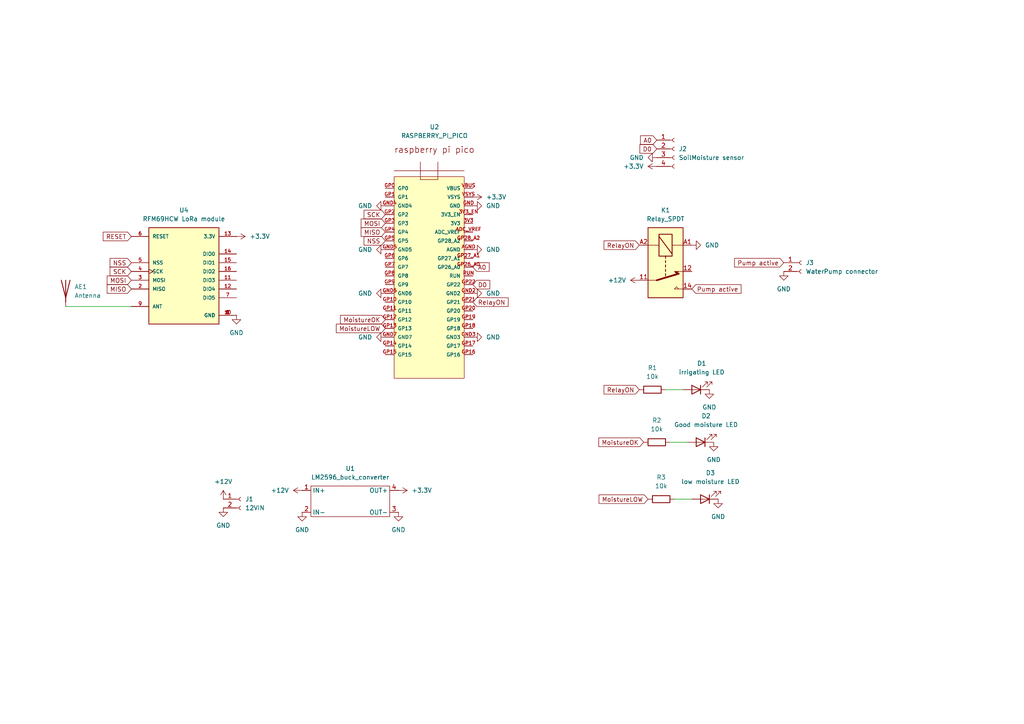
<source format=kicad_sch>
(kicad_sch (version 20231120) (generator "eeschema") (generator_version "8.0")
  (paper "A4")
  (lib_symbols
    (symbol "COM-13909:RFM69HCW LoRa module" (pin_names (offset 1.016))
      (property "Reference" "U" (at -10.9497 13.2415 0))
      (property "Value" "RFM69HCW LoRa module" (at -10.4265 -17.0385 0))
      (symbol "RFM69HCW LoRa module_0_0"
        (rectangle (start -10.16 -15.24) (end 10.16 12.7) (stroke (width 0.254)) (fill (type background)))
        (pin power_in line (at 15.24 -12.7 180) (length 5.08) (name "GND") (number "1"))
        (pin power_in line (at 15.24 -12.7 180) (length 5.08) (name "GND") (number "10"))
        (pin bidirectional line (at 15.24 -2.54 180) (length 5.08) (name "DIO3") (number "11"))
        (pin bidirectional line (at 15.24 -5.08 180) (length 5.08) (name "DIO4") (number "12"))
        (pin power_in line (at 15.24 10.16 180) (length 5.08) (name "3.3V") (number "13"))
        (pin bidirectional line (at 15.24 5.08 180) (length 5.08) (name "DIO0") (number "14"))
        (pin bidirectional line (at 15.24 2.54 180) (length 5.08) (name "DIO1") (number "15"))
        (pin bidirectional line (at 15.24 0 180) (length 5.08) (name "DIO2") (number "16"))
        (pin input line (at -15.24 -5.08 0) (length 5.08) (name "MISO") (number "2"))
        (pin output line (at -15.24 -2.54 0) (length 5.08) (name "MOSI") (number "3"))
        (pin input clock (at -15.24 0 0) (length 5.08) (name "SCK") (number "4"))
        (pin input line (at -15.24 2.54 0) (length 5.08) (name "NSS") (number "5"))
        (pin bidirectional line (at -15.24 10.16 0) (length 5.08) (name "RESET") (number "6"))
        (pin bidirectional line (at 15.24 -7.62 180) (length 5.08) (name "DIO5") (number "7"))
        (pin power_in line (at 15.24 -12.7 180) (length 5.08) (name "GND") (number "8"))
        (pin bidirectional line (at -15.24 -10.16 0) (length 5.08) (name "ANT") (number "9"))
      )
    )
    (symbol "Connector:Conn_01x02_Socket" (pin_names (offset 1.016) hide)
      (property "Reference" "J" (at 0 2.54 0))
      (property "Value" "Conn_01x02_Socket" (at 0 -5.08 0))
      (symbol "Conn_01x02_Socket_1_1"
        (arc (start 0 -2.032) (mid -0.5058 -2.54) (end 0 -3.048) (stroke (width 0.1524)))
        (polyline (pts (xy -1.27 -2.54) (xy -0.508 -2.54)) (stroke (width 0.1524)))
        (polyline (pts (xy -1.27 0) (xy -0.508 0)) (stroke (width 0.1524)))
        (arc (start 0 0.508) (mid -0.5058 0) (end 0 -0.508) (stroke (width 0.1524)))
        (pin passive line (at -5.08 0 0) (length 3.81) (name "Pin_1") (number "1"))
        (pin passive line (at -5.08 -2.54 0) (length 3.81) (name "Pin_2") (number "2"))
      )
    )
    (symbol "Connector:Conn_01x04_Socket" (pin_names (offset 1.016) hide)
      (property "Reference" "J" (at 0 5.08 0))
      (property "Value" "Conn_01x04_Socket" (at 0 -7.62 0))
      (symbol "Conn_01x04_Socket_1_1"
        (arc (start 0 -4.572) (mid -0.5058 -5.08) (end 0 -5.588) (stroke (width 0.1524)))
        (arc (start 0 -2.032) (mid -0.5058 -2.54) (end 0 -3.048) (stroke (width 0.1524)))
        (polyline (pts (xy -1.27 -5.08) (xy -0.508 -5.08)) (stroke (width 0.1524)))
        (polyline (pts (xy -1.27 -2.54) (xy -0.508 -2.54)) (stroke (width 0.1524)))
        (polyline (pts (xy -1.27 0) (xy -0.508 0)) (stroke (width 0.1524)))
        (polyline (pts (xy -1.27 2.54) (xy -0.508 2.54)) (stroke (width 0.1524)))
        (arc (start 0 0.508) (mid -0.5058 0) (end 0 -0.508) (stroke (width 0.1524)))
        (arc (start 0 3.048) (mid -0.5058 2.54) (end 0 2.032) (stroke (width 0.1524)))
        (pin passive line (at -5.08 2.54 0) (length 3.81) (name "Pin_1") (number "1"))
        (pin passive line (at -5.08 0 0) (length 3.81) (name "Pin_2") (number "2"))
        (pin passive line (at -5.08 -2.54 0) (length 3.81) (name "Pin_3") (number "3"))
        (pin passive line (at -5.08 -5.08 0) (length 3.81) (name "Pin_4") (number "4"))
      )
    )
    (symbol "Device:Antenna" (pin_numbers hide) (pin_names (offset 1.016) hide)
      (property "Reference" "AE" (at -1.905 1.905 0))
      (property "Value" "Antenna" (at -1.905 0 0))
      (symbol "Antenna_0_1"
        (polyline (pts (xy 0 2.54) (xy 0 -3.81)) (stroke (width 0.254)))
        (polyline (pts (xy 1.27 2.54) (xy 0 -2.54) (xy -1.27 2.54)) (stroke (width 0.254)))
      )
      (symbol "Antenna_1_1"
        (pin input line (at 0 -5.08 90) (length 2.54) (name "A") (number "1"))
      )
    )
    (symbol "Device:LED" (pin_numbers hide) (pin_names (offset 1.016) hide)
      (property "Reference" "D" (at 0 2.54 0))
      (property "Value" "LED" (at 0 -2.54 0))
      (symbol "LED_0_1"
        (polyline (pts (xy -1.27 -1.27) (xy -1.27 1.27)) (stroke (width 0.254)))
        (polyline (pts (xy -1.27 0) (xy 1.27 0)))
        (polyline (pts (xy 1.27 -1.27) (xy 1.27 1.27) (xy -1.27 0) (xy 1.27 -1.27)) (stroke (width 0.254)))
        (polyline (pts (xy -3.048 -0.762) (xy -4.572 -2.286) (xy -3.81 -2.286) (xy -4.572 -2.286) (xy -4.572 -1.524)))
        (polyline (pts (xy -1.778 -0.762) (xy -3.302 -2.286) (xy -2.54 -2.286) (xy -3.302 -2.286) (xy -3.302 -1.524)))
      )
      (symbol "LED_1_1"
        (pin passive line (at -3.81 0 0) (length 2.54) (name "K") (number "1"))
        (pin passive line (at 3.81 0 180) (length 2.54) (name "A") (number "2"))
      )
    )
    (symbol "Device:R" (pin_numbers hide) (pin_names (offset 0))
      (property "Reference" "R" (at 2.032 0 90))
      (property "Value" "R" (at 0 0 90))
      (symbol "R_0_1"
        (rectangle (start -1.016 -2.54) (end 1.016 2.54) (stroke (width 0.254)))
      )
      (symbol "R_1_1"
        (pin passive line (at 0 3.81 270) (length 1.27) (name "~") (number "1"))
        (pin passive line (at 0 -3.81 90) (length 1.27) (name "~") (number "2"))
      )
    )
    (symbol "My_Symbols:LM2596_buck_converter"
      (property "Reference" "U" (at 0 0 0))
      (property "Value" "LM2596_buck_converter" (at 0 0 0))
      (symbol "LM2596_buck_converter_0_1"
        (rectangle (start -11.43 12.7) (end 11.43 3.81))
      )
      (symbol "LM2596_buck_converter_1_1"
        (pin input line (at -13.97 11.43 0) (length 2.54) (name "IN+") (number "1"))
        (pin input line (at -13.97 5.08 0) (length 2.54) (name "IN-") (number "2"))
        (pin output line (at 13.97 5.08 180) (length 2.54) (name "OUT-") (number "3"))
        (pin output line (at 13.97 11.43 180) (length 2.54) (name "OUT+") (number "4"))
      )
    )
    (symbol "RASPBERRY_PI_PICO:RASPBERRY_PI_PICO" (pin_names (offset 1.016))
      (property "Reference" "U" (at 0 0 0))
      (property "Value" "RASPBERRY_PI_PICO" (at 0 0 0))
      (symbol "RASPBERRY_PI_PICO_0_0"
        (rectangle (start -7.62 -34.7604) (end 12.7 23.6596) (stroke (width 0.1524)) (fill (type background)))
        (polyline (pts (xy 0 22.86) (xy 5.08 22.86)) (stroke (width 0.1524)))
        (polyline (pts (xy 0 27.94) (xy 0 22.86)) (stroke (width 0.1524)))
        (polyline (pts (xy 5.08 22.86) (xy 5.08 27.94)) (stroke (width 0.1524)))
        (polyline (pts (xy 12.7 25.4) (xy -7.62 25.4)) (stroke (width 0.1524)))
        (text "raspberry pi pico" (at -7.62 30.48 0) (effects (font (size 1.778 1.778)) (justify left bottom)))
        (pin bidirectional line (at 15.24 10.16 180) (length 2.54) (name "3V3") (number "3V3"))
        (pin bidirectional line (at 15.24 12.7 180) (length 2.54) (name "3V3_EN") (number "3V3_EN"))
        (pin bidirectional line (at 15.24 7.62 180) (length 2.54) (name "ADC_VREF") (number "ADC_VREF"))
        (pin bidirectional line (at 15.24 2.54 180) (length 2.54) (name "AGND") (number "AGND"))
        (pin bidirectional line (at 15.24 15.24 180) (length 2.54) (name "GND") (number "GND"))
        (pin bidirectional line (at 15.24 -10.16 180) (length 2.54) (name "GND2") (number "GND2"))
        (pin bidirectional line (at 15.24 -22.86 180) (length 2.54) (name "GND3") (number "GND3"))
        (pin bidirectional line (at -10.16 15.24 0) (length 2.54) (name "GND4") (number "GND4"))
        (pin bidirectional line (at -10.16 2.54 0) (length 2.54) (name "GND5") (number "GND5"))
        (pin bidirectional line (at -10.16 -10.16 0) (length 2.54) (name "GND6") (number "GND6"))
        (pin bidirectional line (at -10.16 -22.86 0) (length 2.54) (name "GND7") (number "GND7"))
        (pin bidirectional line (at -10.16 20.32 0) (length 2.54) (name "GP0") (number "GP0"))
        (pin bidirectional line (at -10.16 17.78 0) (length 2.54) (name "GP1") (number "GP1"))
        (pin bidirectional line (at -10.16 -12.7 0) (length 2.54) (name "GP10") (number "GP10"))
        (pin bidirectional line (at -10.16 -15.24 0) (length 2.54) (name "GP11") (number "GP11"))
        (pin bidirectional line (at -10.16 -17.78 0) (length 2.54) (name "GP12") (number "GP12"))
        (pin bidirectional line (at -10.16 -20.32 0) (length 2.54) (name "GP13") (number "GP13"))
        (pin bidirectional line (at -10.16 -25.4 0) (length 2.54) (name "GP14") (number "GP14"))
        (pin bidirectional line (at -10.16 -27.94 0) (length 2.54) (name "GP15") (number "GP15"))
        (pin bidirectional line (at 15.24 -27.94 180) (length 2.54) (name "GP16") (number "GP16"))
        (pin bidirectional line (at 15.24 -25.4 180) (length 2.54) (name "GP17") (number "GP17"))
        (pin bidirectional line (at 15.24 -20.32 180) (length 2.54) (name "GP18") (number "GP18"))
        (pin bidirectional line (at 15.24 -17.78 180) (length 2.54) (name "GP19") (number "GP19"))
        (pin bidirectional line (at -10.16 12.7 0) (length 2.54) (name "GP2") (number "GP2"))
        (pin bidirectional line (at 15.24 -15.24 180) (length 2.54) (name "GP20") (number "GP20"))
        (pin bidirectional line (at 15.24 -12.7 180) (length 2.54) (name "GP21") (number "GP21"))
        (pin bidirectional line (at 15.24 -7.62 180) (length 2.54) (name "GP22") (number "GP22"))
        (pin bidirectional line (at 15.24 -2.54 180) (length 2.54) (name "GP26_A0") (number "GP26_A0"))
        (pin bidirectional line (at 15.24 0 180) (length 2.54) (name "GP27_A1") (number "GP27_A1"))
        (pin bidirectional line (at 15.24 5.08 180) (length 2.54) (name "GP28_A2") (number "GP28_A2"))
        (pin bidirectional line (at -10.16 10.16 0) (length 2.54) (name "GP3") (number "GP3"))
        (pin bidirectional line (at -10.16 7.62 0) (length 2.54) (name "GP4") (number "GP4"))
        (pin bidirectional line (at -10.16 5.08 0) (length 2.54) (name "GP5") (number "GP5"))
        (pin bidirectional line (at -10.16 0 0) (length 2.54) (name "GP6") (number "GP6"))
        (pin bidirectional line (at -10.16 -2.54 0) (length 2.54) (name "GP7") (number "GP7"))
        (pin bidirectional line (at -10.16 -5.08 0) (length 2.54) (name "GP8") (number "GP8"))
        (pin bidirectional line (at -10.16 -7.62 0) (length 2.54) (name "GP9") (number "GP9"))
        (pin bidirectional line (at 15.24 -5.08 180) (length 2.54) (name "RUN") (number "RUN"))
        (pin bidirectional line (at 15.24 20.32 180) (length 2.54) (name "VBUS") (number "VBUS"))
        (pin bidirectional line (at 15.24 17.78 180) (length 2.54) (name "VSYS") (number "VSYS"))
      )
    )
    (symbol "Relay:Relay_SPDT"
      (property "Reference" "K" (at 11.43 3.81 0))
      (property "Value" "Relay_SPDT" (at 11.43 1.27 0))
      (symbol "Relay_SPDT_0_0"
        (polyline (pts (xy 7.62 5.08) (xy 7.62 2.54) (xy 6.985 3.175) (xy 7.62 3.81)))
      )
      (symbol "Relay_SPDT_0_1"
        (rectangle (start -10.16 5.08) (end 10.16 -5.08) (stroke (width 0.254)) (fill (type background)))
        (rectangle (start -8.255 1.905) (end -1.905 -1.905) (stroke (width 0.254)))
        (polyline (pts (xy -7.62 -1.905) (xy -2.54 1.905)) (stroke (width 0.254)))
        (polyline (pts (xy -5.08 -5.08) (xy -5.08 -1.905)))
        (polyline (pts (xy -5.08 5.08) (xy -5.08 1.905)))
        (polyline (pts (xy -1.905 0) (xy -1.27 0)) (stroke (width 0.254)))
        (polyline (pts (xy -0.635 0) (xy 0 0)) (stroke (width 0.254)))
        (polyline (pts (xy 0.635 0) (xy 1.27 0)) (stroke (width 0.254)))
        (polyline (pts (xy 1.905 0) (xy 2.54 0)) (stroke (width 0.254)))
        (polyline (pts (xy 3.175 0) (xy 3.81 0)) (stroke (width 0.254)))
        (polyline (pts (xy 5.08 -2.54) (xy 3.175 3.81)) (stroke (width 0.508)))
        (polyline (pts (xy 5.08 -2.54) (xy 5.08 -5.08)))
        (polyline (pts (xy 2.54 5.08) (xy 2.54 2.54) (xy 3.175 3.175) (xy 2.54 3.81)) (fill (type outline)))
      )
      (symbol "Relay_SPDT_1_1"
        (pin passive line (at 5.08 -7.62 90) (length 2.54) (name "~") (number "11"))
        (pin passive line (at 2.54 7.62 270) (length 2.54) (name "~") (number "12"))
        (pin passive line (at 7.62 7.62 270) (length 2.54) (name "~") (number "14"))
        (pin passive line (at -5.08 7.62 270) (length 2.54) (name "~") (number "A1"))
        (pin passive line (at -5.08 -7.62 90) (length 2.54) (name "~") (number "A2"))
      )
    )
    (symbol "power:+12V" (power) (pin_numbers hide) (pin_names (offset 0) hide)
      (property "Value" "+12V" (at 0 3.556 0))
      (symbol "+12V_0_1"
        (polyline (pts (xy -0.762 1.27) (xy 0 2.54)))
        (polyline (pts (xy 0 0) (xy 0 2.54)))
        (polyline (pts (xy 0 2.54) (xy 0.762 1.27)))
      )
      (symbol "+12V_1_1"
        (pin power_in line (at 0 0 90) (length 0) (name "~") (number "1"))
      )
    )
    (symbol "power:+3.3V" (power) (pin_numbers hide) (pin_names (offset 0) hide)
      (property "Value" "+3.3V" (at 0 3.556 0))
      (symbol "+3.3V_0_1"
        (polyline (pts (xy -0.762 1.27) (xy 0 2.54)))
        (polyline (pts (xy 0 0) (xy 0 2.54)))
        (polyline (pts (xy 0 2.54) (xy 0.762 1.27)))
      )
      (symbol "+3.3V_1_1"
        (pin power_in line (at 0 0 90) (length 0) (name "~") (number "1"))
      )
    )
    (symbol "power:GND" (power) (pin_numbers hide) (pin_names (offset 0) hide)
      (property "Value" "GND" (at 0 -3.81 0))
      (symbol "GND_0_1"
        (polyline (pts (xy 0 0) (xy 0 -1.27) (xy 1.27 -1.27) (xy 0 -2.54) (xy -1.27 -1.27) (xy 0 -1.27)))
      )
      (symbol "GND_1_1"
        (pin power_in line (at 0 0 270) (length 0) (name "~") (number "1"))
      )
    )
  )
  (wire (pts (xy 194.31 128.27) (xy 199.39 128.27)))
  (wire (pts (xy 195.58 144.78) (xy 200.66 144.78)))
  (wire (pts (xy 193.04 113.03) (xy 198.12 113.03)))
  (wire (pts (xy 19.05 88.9) (xy 38.1 88.9)))
  (global_label "A0" (shape input) (at 190.5 40.64 180) (property "Intersheetrefs" "${INTERSHEET_REFS}" (effects (hide yes))))
  (global_label "A0" (shape input) (at 137.16 77.47 0) (property "Intersheetrefs" "${INTERSHEET_REFS}" (effects (hide yes))))
  (global_label "NSS" (shape input) (at 111.76 69.85 180) (property "Intersheetrefs" "${INTERSHEET_REFS}" (effects (hide yes))))
  (global_label "RelayON" (shape input) (at 185.42 113.03 180) (property "Intersheetrefs" "${INTERSHEET_REFS}" (effects (hide yes))))
  (global_label "D0" (shape input) (at 190.5 43.18 180) (property "Intersheetrefs" "${INTERSHEET_REFS}" (effects (hide yes))))
  (global_label "RelayON" (shape input) (at 185.42 71.12 180) (property "Intersheetrefs" "${INTERSHEET_REFS}" (effects (hide yes))))
  (global_label "RESET" (shape input) (at 38.1 68.58 180) (property "Intersheetrefs" "${INTERSHEET_REFS}" (effects (hide yes))))
  (global_label "D0" (shape input) (at 137.16 82.55 0) (property "Intersheetrefs" "${INTERSHEET_REFS}" (effects (hide yes))))
  (global_label "MISO" (shape input) (at 111.76 67.31 180) (property "Intersheetrefs" "${INTERSHEET_REFS}" (effects (hide yes))))
  (global_label "SCK" (shape input) (at 38.1 78.74 180) (property "Intersheetrefs" "${INTERSHEET_REFS}" (effects (hide yes))))
  (global_label "MISO" (shape input) (at 38.1 83.82 180) (property "Intersheetrefs" "${INTERSHEET_REFS}" (effects (hide yes))))
  (global_label "MoistureLOW" (shape input) (at 187.96 144.78 180) (property "Intersheetrefs" "${INTERSHEET_REFS}" (effects (hide yes))))
  (global_label "SCK" (shape input) (at 111.76 62.23 180) (property "Intersheetrefs" "${INTERSHEET_REFS}" (effects (hide yes))))
  (global_label "RelayON" (shape input) (at 137.16 87.63 0) (property "Intersheetrefs" "${INTERSHEET_REFS}" (effects (hide yes))))
  (global_label "MoistureOK" (shape input) (at 186.69 128.27 180) (property "Intersheetrefs" "${INTERSHEET_REFS}" (effects (hide yes))))
  (global_label "Pump active" (shape input) (at 227.33 76.2 180) (property "Intersheetrefs" "${INTERSHEET_REFS}" (effects (hide yes))))
  (global_label "MOSI" (shape input) (at 38.1 81.28 180) (property "Intersheetrefs" "${INTERSHEET_REFS}" (effects (hide yes))))
  (global_label "Pump active" (shape input) (at 200.66 83.82 0) (property "Intersheetrefs" "${INTERSHEET_REFS}" (effects (hide yes))))
  (global_label "NSS" (shape input) (at 38.1 76.2 180) (property "Intersheetrefs" "${INTERSHEET_REFS}" (effects (hide yes))))
  (global_label "MOSI" (shape input) (at 111.76 64.77 180) (property "Intersheetrefs" "${INTERSHEET_REFS}" (effects (hide yes))))
  (global_label "MoistureOK" (shape input) (at 111.76 92.71 180) (property "Intersheetrefs" "${INTERSHEET_REFS}" (effects (hide yes))))
  (global_label "MoistureLOW" (shape input) (at 111.76 95.25 180) (property "Intersheetrefs" "${INTERSHEET_REFS}" (effects (hide yes))))
  (symbol (lib_id "Device:LED") (at 201.93 113.03 180) (unit 1)
    (property "Reference" "D1" (at 203.5175 105.41 0))
    (property "Value" "irrigating LED" (at 203.5175 107.95 0))
    (property "Description" "Light emitting diode" (effects (hide yes)))
  )
  (symbol (lib_id "power:+12V") (at 185.42 81.28 90) (unit 1)
    (property "Reference" "#PWR010" (effects (hide yes)))
    (property "Value" "+12V" (at 181.61 81.2799 90) (effects (justify left)))
    (property "Description" "Power symbol creates a global label with name \"+12V\"" (effects (hide yes)))
  )
  (symbol (lib_id "power:+3.3V") (at 115.57 142.24 270) (unit 1)
    (property "Reference" "#PWR07" (effects (hide yes)))
    (property "Value" "+3.3V" (at 119.38 142.2399 90) (effects (justify left)))
    (property "Description" "Power symbol creates a global label with name \"+3.3V\"" (effects (hide yes)))
  )
  (symbol (lib_id "power:GND") (at 227.33 78.74 0) (unit 1)
    (property "Reference" "#PWR011" (effects (hide yes)))
    (property "Value" "GND" (at 227.33 83.82 0))
    (property "Description" "Power symbol creates a global label with name \"GND\" , ground" (effects (hide yes)))
  )
  (symbol (lib_id "Device:R") (at 189.23 113.03 90) (unit 1)
    (property "Reference" "R1" (at 189.23 106.68 90))
    (property "Value" "10k" (at 189.23 109.22 90))
    (property "Description" "Resistor" (effects (hide yes)))
  )
  (symbol (lib_id "Device:LED") (at 203.2 128.27 180) (unit 1)
    (property "Reference" "D2" (at 204.7875 120.65 0))
    (property "Value" "Good moisture LED" (at 204.7875 123.19 0))
    (property "Description" "Light emitting diode" (effects (hide yes)))
  )
  (symbol (lib_id "Relay:Relay_SPDT") (at 193.04 76.2 270) (unit 1)
    (property "Reference" "K1" (at 193.04 60.96 90))
    (property "Value" "Relay_SPDT" (at 193.04 63.5 90))
    (property "Description" "Monostable Relay SPDT, EN50005" (effects (hide yes)))
  )
  (symbol (lib_id "power:GND") (at 111.76 97.79 270) (unit 1)
    (property "Reference" "#PWR015" (effects (hide yes)))
    (property "Value" "GND" (at 107.95 97.7899 90) (effects (justify right)))
    (property "Description" "Power symbol creates a global label with name \"GND\" , ground" (effects (hide yes)))
  )
  (symbol (lib_id "Device:R") (at 191.77 144.78 90) (unit 1)
    (property "Reference" "R3" (at 191.77 138.43 90))
    (property "Value" "10k" (at 191.77 140.97 90))
    (property "Description" "Resistor" (effects (hide yes)))
  )
  (symbol (lib_id "power:GND") (at 111.76 72.39 270) (unit 1)
    (property "Reference" "#PWR013" (effects (hide yes)))
    (property "Value" "GND" (at 107.95 72.3899 90) (effects (justify right)))
    (property "Description" "Power symbol creates a global label with name \"GND\" , ground" (effects (hide yes)))
  )
  (symbol (lib_id "COM-13909:RFM69HCW LoRa module") (at 53.34 78.74 0) (unit 1)
    (property "Reference" "U4" (at 53.34 60.96 0))
    (property "Value" "RFM69HCW LoRa module" (at 53.34 63.5 0))
    (property "Footprint" "COM-13909:MOD_COM-13909" (effects (hide yes)))
    (property "MF" "HOPERF" (effects (hide yes)))
    (property "Description_1" "\nGeneral ISM < 1GHz Transceiver Module 915MHz Surface Mount\n" (effects (hide yes)))
    (property "Package" "Module SparkFun Electronics" (effects (hide yes)))
    (property "Price" "None" (effects (hide yes)))
    (property "Check_prices" "https://www.snapeda.com/parts/RFM69HCW-315S2/HOPERF/view-part/?ref=eda" (effects (hide yes)))
    (property "SnapEDA_Link" "https://www.snapeda.com/parts/RFM69HCW-315S2/HOPERF/view-part/?ref=snap" (effects (hide yes)))
    (property "MP" "RFM69HCW-315S2" (effects (hide yes)))
    (property "Availability" "Not in stock" (effects (hide yes)))
    (property "MANUFACTURER" "SparkFun Electronics" (effects (hide yes)))
  )
  (symbol (lib_id "power:GND") (at 115.57 148.59 0) (unit 1)
    (property "Reference" "#PWR06" (effects (hide yes)))
    (property "Value" "GND" (at 115.57 153.67 0))
    (property "Description" "Power symbol creates a global label with name \"GND\" , ground" (effects (hide yes)))
  )
  (symbol (lib_id "power:GND") (at 190.5 45.72 270) (unit 1)
    (property "Reference" "#PWR05" (effects (hide yes)))
    (property "Value" "GND" (at 186.69 45.7199 90) (effects (justify right)))
    (property "Description" "Power symbol creates a global label with name \"GND\" , ground" (effects (hide yes)))
  )
  (symbol (lib_id "power:GND") (at 200.66 71.12 90) (unit 1)
    (property "Reference" "#PWR09" (effects (hide yes)))
    (property "Value" "GND" (at 204.47 71.1199 90) (effects (justify right)))
    (property "Description" "Power symbol creates a global label with name \"GND\" , ground" (effects (hide yes)))
  )
  (symbol (lib_id "power:+3.3V") (at 68.58 68.58 270) (unit 1)
    (property "Reference" "#PWR021" (effects (hide yes)))
    (property "Value" "+3.3V" (at 72.39 68.5799 90) (effects (justify left)))
    (property "Description" "Power symbol creates a global label with name \"+3.3V\"" (effects (hide yes)))
  )
  (symbol (lib_id "power:GND") (at 111.76 59.69 270) (unit 1)
    (property "Reference" "#PWR012" (effects (hide yes)))
    (property "Value" "GND" (at 107.95 59.6899 90) (effects (justify right)))
    (property "Description" "Power symbol creates a global label with name \"GND\" , ground" (effects (hide yes)))
  )
  (symbol (lib_id "power:+12V") (at 64.77 144.78 0) (unit 1)
    (property "Reference" "#PWR01" (effects (hide yes)))
    (property "Value" "+12V" (at 64.77 139.7 0))
    (property "Description" "Power symbol creates a global label with name \"+12V\"" (effects (hide yes)))
  )
  (symbol (lib_id "power:GND") (at 111.76 85.09 270) (unit 1)
    (property "Reference" "#PWR014" (effects (hide yes)))
    (property "Value" "GND" (at 107.95 85.0899 90) (effects (justify right)))
    (property "Description" "Power symbol creates a global label with name \"GND\" , ground" (effects (hide yes)))
  )
  (symbol (lib_id "Connector:Conn_01x02_Socket") (at 69.85 144.78 0) (unit 1)
    (property "Reference" "J1" (at 71.12 144.7799 0) (effects (justify left)))
    (property "Value" "12VIN" (at 71.12 147.3199 0) (effects (justify left)))
    (property "Description" "Generic connector, single row, 01x02, script generated" (effects (hide yes)))
  )
  (symbol (lib_id "power:GND") (at 68.58 91.44 0) (unit 1)
    (property "Reference" "#PWR022" (effects (hide yes)))
    (property "Value" "GND" (at 68.58 96.52 0))
    (property "Description" "Power symbol creates a global label with name \"GND\" , ground" (effects (hide yes)))
  )
  (symbol (lib_id "power:GND") (at 137.16 97.79 90) (unit 1)
    (property "Reference" "#PWR016" (effects (hide yes)))
    (property "Value" "GND" (at 140.97 97.7899 90) (effects (justify right)))
    (property "Description" "Power symbol creates a global label with name \"GND\" , ground" (effects (hide yes)))
  )
  (symbol (lib_id "Device:R") (at 190.5 128.27 90) (unit 1)
    (property "Reference" "R2" (at 190.5 121.92 90))
    (property "Value" "10k" (at 190.5 124.46 90))
    (property "Description" "Resistor" (effects (hide yes)))
  )
  (symbol (lib_id "power:GND") (at 137.16 85.09 90) (unit 1)
    (property "Reference" "#PWR017" (effects (hide yes)))
    (property "Value" "GND" (at 140.97 85.0899 90) (effects (justify right)))
    (property "Description" "Power symbol creates a global label with name \"GND\" , ground" (effects (hide yes)))
  )
  (symbol (lib_id "RASPBERRY_PI_PICO:RASPBERRY_PI_PICO") (at 121.92 74.93 0) (unit 1)
    (property "Reference" "U2" (at 126.0171 36.83 0))
    (property "Value" "RASPBERRY_PI_PICO" (at 126.0171 39.37 0))
    (property "Footprint" "RASPBERRY_PI_PICO:RASPBERRY_PI_PICO" (effects (hide yes)))
    (property "MF" "Raspberry Pi" (effects (hide yes)))
    (property "Description_1" "\nRaspberry Pi Board, Arm Cortex-M0+; Core Architecture:Arm; Core Sub-Architecture:Cortex-M0+; Kit Contents:Raspberry Pi Pico Board; No. Of Bits:32Bit; Silicon Core Number:Rp2040; Silicon Manufacturer:Raspberry Pi |Raspberry-Pi RASPBERRY PI PICO\n" (effects (hide yes)))
    (property "Package" "None" (effects (hide yes)))
    (property "Price" "None" (effects (hide yes)))
    (property "SnapEDA_Link" "https://www.snapeda.com/parts/RASPBERRY%20PI%20PICO/Raspberry+Pi/view-part/?ref=snap" (effects (hide yes)))
    (property "MP" "RASPBERRY PI PICO" (effects (hide yes)))
    (property "Availability" "In Stock" (effects (hide yes)))
    (property "Check_prices" "https://www.snapeda.com/parts/RASPBERRY%20PI%20PICO/Raspberry+Pi/view-part/?ref=eda" (effects (hide yes)))
  )
  (symbol (lib_id "power:GND") (at 137.16 59.69 90) (unit 1)
    (property "Reference" "#PWR019" (effects (hide yes)))
    (property "Value" "GND" (at 140.97 59.6899 90) (effects (justify right)))
    (property "Description" "Power symbol creates a global label with name \"GND\" , ground" (effects (hide yes)))
  )
  (symbol (lib_id "power:GND") (at 64.77 147.32 0) (unit 1)
    (property "Reference" "#PWR02" (effects (hide yes)))
    (property "Value" "GND" (at 64.77 152.4 0))
    (property "Description" "Power symbol creates a global label with name \"GND\" , ground" (effects (hide yes)))
  )
  (symbol (lib_id "Connector:Conn_01x04_Socket") (at 195.58 43.18 0) (unit 1)
    (property "Reference" "J2" (at 196.85 43.1799 0) (effects (justify left)))
    (property "Value" "SoilMoisture sensor" (at 196.85 45.7199 0) (effects (justify left)))
    (property "Description" "Generic connector, single row, 01x04, script generated" (effects (hide yes)))
  )
  (symbol (lib_id "power:+3.3V") (at 190.5 48.26 90) (unit 1)
    (property "Reference" "#PWR08" (effects (hide yes)))
    (property "Value" "+3.3V" (at 186.69 48.2599 90) (effects (justify left)))
    (property "Description" "Power symbol creates a global label with name \"+3.3V\"" (effects (hide yes)))
  )
  (symbol (lib_id "power:GND") (at 207.01 128.27 0) (unit 1)
    (property "Reference" "#PWR024" (effects (hide yes)))
    (property "Value" "GND" (at 207.01 133.35 0))
    (property "Description" "Power symbol creates a global label with name \"GND\" , ground" (effects (hide yes)))
  )
  (symbol (lib_id "power:GND") (at 205.74 113.03 0) (unit 1)
    (property "Reference" "#PWR023" (effects (hide yes)))
    (property "Value" "GND" (at 205.74 118.11 0))
    (property "Description" "Power symbol creates a global label with name \"GND\" , ground" (effects (hide yes)))
  )
  (symbol (lib_id "Connector:Conn_01x02_Socket") (at 232.41 76.2 0) (unit 1)
    (property "Reference" "J3" (at 233.68 76.1999 0) (effects (justify left)))
    (property "Value" "WaterPump connector" (at 233.68 78.7399 0) (effects (justify left)))
    (property "Description" "Generic connector, single row, 01x02, script generated" (effects (hide yes)))
  )
  (symbol (lib_id "Device:Antenna") (at 19.05 83.82 0) (unit 1)
    (property "Reference" "AE1" (at 21.59 83.1849 0) (effects (justify left)))
    (property "Value" "Antenna" (at 21.59 85.7249 0) (effects (justify left)))
    (property "Description" "Antenna" (effects (hide yes)))
  )
  (symbol (lib_id "power:GND") (at 137.16 72.39 90) (unit 1)
    (property "Reference" "#PWR018" (effects (hide yes)))
    (property "Value" "GND" (at 140.97 72.3899 90) (effects (justify right)))
    (property "Description" "Power symbol creates a global label with name \"GND\" , ground" (effects (hide yes)))
  )
  (symbol (lib_id "power:+12V") (at 87.63 142.24 90) (unit 1)
    (property "Reference" "#PWR03" (effects (hide yes)))
    (property "Value" "+12V" (at 83.82 142.2399 90) (effects (justify left)))
    (property "Description" "Power symbol creates a global label with name \"+12V\"" (effects (hide yes)))
  )
  (symbol (lib_id "My_Symbols:LM2596_buck_converter") (at 101.6 153.67 0) (unit 1)
    (property "Reference" "U1" (at 101.6 135.89 0))
    (property "Value" "LM2596_buck_converter" (at 101.6 138.43 0))
  )
  (symbol (lib_id "Device:LED") (at 204.47 144.78 180) (unit 1)
    (property "Reference" "D3" (at 206.0575 137.16 0))
    (property "Value" "low moisture LED" (at 206.0575 139.7 0))
    (property "Description" "Light emitting diode" (effects (hide yes)))
  )
  (symbol (lib_id "power:+3.3V") (at 137.16 57.15 270) (unit 1)
    (property "Reference" "#PWR020" (effects (hide yes)))
    (property "Value" "+3.3V" (at 140.97 57.1499 90) (effects (justify left)))
    (property "Description" "Power symbol creates a global label with name \"+3.3V\"" (effects (hide yes)))
  )
  (symbol (lib_id "power:GND") (at 87.63 148.59 0) (unit 1)
    (property "Reference" "#PWR04" (effects (hide yes)))
    (property "Value" "GND" (at 87.63 153.67 0))
    (property "Description" "Power symbol creates a global label with name \"GND\" , ground" (effects (hide yes)))
  )
  (symbol (lib_id "power:GND") (at 208.28 144.78 0) (unit 1)
    (property "Reference" "#PWR025" (effects (hide yes)))
    (property "Value" "GND" (at 208.28 149.86 0))
    (property "Description" "Power symbol creates a global label with name \"GND\" , ground" (effects (hide yes)))
  )
)
</source>
